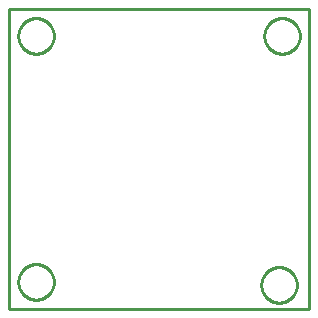
<source format=gbr>
G04 EAGLE Gerber X2 export*
%TF.Part,Single*%
%TF.FileFunction,Profile,NP*%
%TF.FilePolarity,Positive*%
%TF.GenerationSoftware,Autodesk,EAGLE,9.1.2*%
%TF.CreationDate,2020-01-29T09:54:46Z*%
G75*
%MOMM*%
%FSLAX34Y34*%
%LPD*%
%AMOC8*
5,1,8,0,0,1.08239X$1,22.5*%
G01*
%ADD10C,0.254000*%


D10*
X0Y0D02*
X254207Y0D01*
X254207Y253900D01*
X0Y253900D01*
X0Y0D01*
X37860Y22324D02*
X37784Y21256D01*
X37631Y20195D01*
X37403Y19148D01*
X37101Y18120D01*
X36727Y17116D01*
X36282Y16141D01*
X35768Y15201D01*
X35189Y14300D01*
X34547Y13442D01*
X33845Y12632D01*
X33088Y11875D01*
X32278Y11173D01*
X31420Y10531D01*
X30519Y9952D01*
X29579Y9438D01*
X28604Y8993D01*
X27600Y8619D01*
X26572Y8317D01*
X25525Y8089D01*
X24464Y7936D01*
X23396Y7860D01*
X22324Y7860D01*
X21256Y7936D01*
X20195Y8089D01*
X19148Y8317D01*
X18120Y8619D01*
X17116Y8993D01*
X16141Y9438D01*
X15201Y9952D01*
X14300Y10531D01*
X13442Y11173D01*
X12632Y11875D01*
X11875Y12632D01*
X11173Y13442D01*
X10531Y14300D01*
X9952Y15201D01*
X9438Y16141D01*
X8993Y17116D01*
X8619Y18120D01*
X8317Y19148D01*
X8089Y20195D01*
X7936Y21256D01*
X7860Y22324D01*
X7860Y23396D01*
X7936Y24464D01*
X8089Y25525D01*
X8317Y26572D01*
X8619Y27600D01*
X8993Y28604D01*
X9438Y29579D01*
X9952Y30519D01*
X10531Y31420D01*
X11173Y32278D01*
X11875Y33088D01*
X12632Y33845D01*
X13442Y34547D01*
X14300Y35189D01*
X15201Y35768D01*
X16141Y36282D01*
X17116Y36727D01*
X18120Y37101D01*
X19148Y37403D01*
X20195Y37631D01*
X21256Y37784D01*
X22324Y37860D01*
X23396Y37860D01*
X24464Y37784D01*
X25525Y37631D01*
X26572Y37403D01*
X27600Y37101D01*
X28604Y36727D01*
X29579Y36282D01*
X30519Y35768D01*
X31420Y35189D01*
X32278Y34547D01*
X33088Y33845D01*
X33845Y33088D01*
X34547Y32278D01*
X35189Y31420D01*
X35768Y30519D01*
X36282Y29579D01*
X36727Y28604D01*
X37101Y27600D01*
X37403Y26572D01*
X37631Y25525D01*
X37784Y24464D01*
X37860Y23396D01*
X37860Y22324D01*
X243600Y19784D02*
X243524Y18716D01*
X243371Y17655D01*
X243143Y16608D01*
X242841Y15580D01*
X242467Y14576D01*
X242022Y13601D01*
X241508Y12661D01*
X240929Y11760D01*
X240287Y10902D01*
X239585Y10092D01*
X238828Y9335D01*
X238018Y8633D01*
X237160Y7991D01*
X236259Y7412D01*
X235319Y6898D01*
X234344Y6453D01*
X233340Y6079D01*
X232312Y5777D01*
X231265Y5549D01*
X230204Y5396D01*
X229136Y5320D01*
X228064Y5320D01*
X226996Y5396D01*
X225935Y5549D01*
X224888Y5777D01*
X223860Y6079D01*
X222856Y6453D01*
X221881Y6898D01*
X220941Y7412D01*
X220040Y7991D01*
X219182Y8633D01*
X218372Y9335D01*
X217615Y10092D01*
X216913Y10902D01*
X216271Y11760D01*
X215692Y12661D01*
X215178Y13601D01*
X214733Y14576D01*
X214359Y15580D01*
X214057Y16608D01*
X213829Y17655D01*
X213676Y18716D01*
X213600Y19784D01*
X213600Y20856D01*
X213676Y21924D01*
X213829Y22985D01*
X214057Y24032D01*
X214359Y25060D01*
X214733Y26064D01*
X215178Y27039D01*
X215692Y27979D01*
X216271Y28880D01*
X216913Y29738D01*
X217615Y30548D01*
X218372Y31305D01*
X219182Y32007D01*
X220040Y32649D01*
X220941Y33228D01*
X221881Y33742D01*
X222856Y34187D01*
X223860Y34561D01*
X224888Y34863D01*
X225935Y35091D01*
X226996Y35244D01*
X228064Y35320D01*
X229136Y35320D01*
X230204Y35244D01*
X231265Y35091D01*
X232312Y34863D01*
X233340Y34561D01*
X234344Y34187D01*
X235319Y33742D01*
X236259Y33228D01*
X237160Y32649D01*
X238018Y32007D01*
X238828Y31305D01*
X239585Y30548D01*
X240287Y29738D01*
X240929Y28880D01*
X241508Y27979D01*
X242022Y27039D01*
X242467Y26064D01*
X242841Y25060D01*
X243143Y24032D01*
X243371Y22985D01*
X243524Y21924D01*
X243600Y20856D01*
X243600Y19784D01*
X246140Y230604D02*
X246064Y229536D01*
X245911Y228475D01*
X245683Y227428D01*
X245381Y226400D01*
X245007Y225396D01*
X244562Y224421D01*
X244048Y223481D01*
X243469Y222580D01*
X242827Y221722D01*
X242125Y220912D01*
X241368Y220155D01*
X240558Y219453D01*
X239700Y218811D01*
X238799Y218232D01*
X237859Y217718D01*
X236884Y217273D01*
X235880Y216899D01*
X234852Y216597D01*
X233805Y216369D01*
X232744Y216216D01*
X231676Y216140D01*
X230604Y216140D01*
X229536Y216216D01*
X228475Y216369D01*
X227428Y216597D01*
X226400Y216899D01*
X225396Y217273D01*
X224421Y217718D01*
X223481Y218232D01*
X222580Y218811D01*
X221722Y219453D01*
X220912Y220155D01*
X220155Y220912D01*
X219453Y221722D01*
X218811Y222580D01*
X218232Y223481D01*
X217718Y224421D01*
X217273Y225396D01*
X216899Y226400D01*
X216597Y227428D01*
X216369Y228475D01*
X216216Y229536D01*
X216140Y230604D01*
X216140Y231676D01*
X216216Y232744D01*
X216369Y233805D01*
X216597Y234852D01*
X216899Y235880D01*
X217273Y236884D01*
X217718Y237859D01*
X218232Y238799D01*
X218811Y239700D01*
X219453Y240558D01*
X220155Y241368D01*
X220912Y242125D01*
X221722Y242827D01*
X222580Y243469D01*
X223481Y244048D01*
X224421Y244562D01*
X225396Y245007D01*
X226400Y245381D01*
X227428Y245683D01*
X228475Y245911D01*
X229536Y246064D01*
X230604Y246140D01*
X231676Y246140D01*
X232744Y246064D01*
X233805Y245911D01*
X234852Y245683D01*
X235880Y245381D01*
X236884Y245007D01*
X237859Y244562D01*
X238799Y244048D01*
X239700Y243469D01*
X240558Y242827D01*
X241368Y242125D01*
X242125Y241368D01*
X242827Y240558D01*
X243469Y239700D01*
X244048Y238799D01*
X244562Y237859D01*
X245007Y236884D01*
X245381Y235880D01*
X245683Y234852D01*
X245911Y233805D01*
X246064Y232744D01*
X246140Y231676D01*
X246140Y230604D01*
X37860Y230604D02*
X37784Y229536D01*
X37631Y228475D01*
X37403Y227428D01*
X37101Y226400D01*
X36727Y225396D01*
X36282Y224421D01*
X35768Y223481D01*
X35189Y222580D01*
X34547Y221722D01*
X33845Y220912D01*
X33088Y220155D01*
X32278Y219453D01*
X31420Y218811D01*
X30519Y218232D01*
X29579Y217718D01*
X28604Y217273D01*
X27600Y216899D01*
X26572Y216597D01*
X25525Y216369D01*
X24464Y216216D01*
X23396Y216140D01*
X22324Y216140D01*
X21256Y216216D01*
X20195Y216369D01*
X19148Y216597D01*
X18120Y216899D01*
X17116Y217273D01*
X16141Y217718D01*
X15201Y218232D01*
X14300Y218811D01*
X13442Y219453D01*
X12632Y220155D01*
X11875Y220912D01*
X11173Y221722D01*
X10531Y222580D01*
X9952Y223481D01*
X9438Y224421D01*
X8993Y225396D01*
X8619Y226400D01*
X8317Y227428D01*
X8089Y228475D01*
X7936Y229536D01*
X7860Y230604D01*
X7860Y231676D01*
X7936Y232744D01*
X8089Y233805D01*
X8317Y234852D01*
X8619Y235880D01*
X8993Y236884D01*
X9438Y237859D01*
X9952Y238799D01*
X10531Y239700D01*
X11173Y240558D01*
X11875Y241368D01*
X12632Y242125D01*
X13442Y242827D01*
X14300Y243469D01*
X15201Y244048D01*
X16141Y244562D01*
X17116Y245007D01*
X18120Y245381D01*
X19148Y245683D01*
X20195Y245911D01*
X21256Y246064D01*
X22324Y246140D01*
X23396Y246140D01*
X24464Y246064D01*
X25525Y245911D01*
X26572Y245683D01*
X27600Y245381D01*
X28604Y245007D01*
X29579Y244562D01*
X30519Y244048D01*
X31420Y243469D01*
X32278Y242827D01*
X33088Y242125D01*
X33845Y241368D01*
X34547Y240558D01*
X35189Y239700D01*
X35768Y238799D01*
X36282Y237859D01*
X36727Y236884D01*
X37101Y235880D01*
X37403Y234852D01*
X37631Y233805D01*
X37784Y232744D01*
X37860Y231676D01*
X37860Y230604D01*
M02*

</source>
